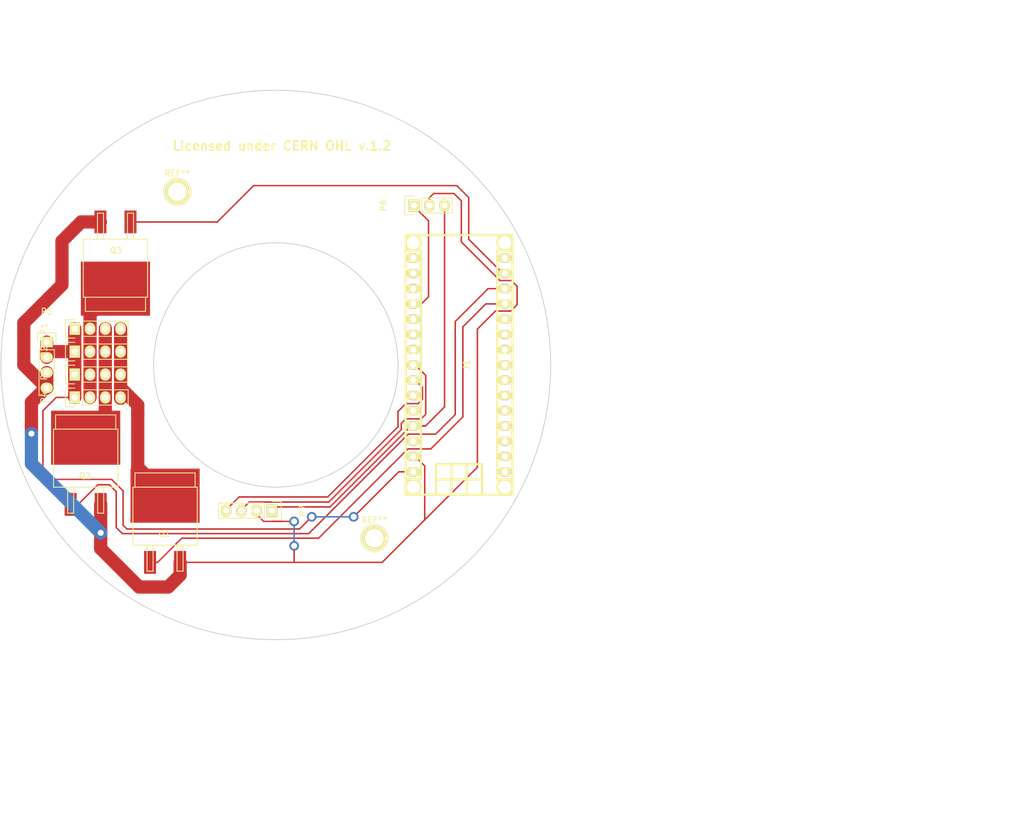
<source format=kicad_pcb>
(kicad_pcb (version 4) (host pcbnew 4.0.2+dfsg1-stable)

  (general
    (links 33)
    (no_connects 0)
    (area 105.842999 41.707999 197.433001 133.298001)
    (thickness 1.6)
    (drawings 8)
    (tracks 178)
    (zones 0)
    (modules 13)
    (nets 34)
  )

  (page A4)
  (title_block
    (title LAM.TA)
    (date 2016-03-14)
    (rev 1.0)
    (company "Nicola Corna")
    (comment 1 "Copyright 2016 Nicola Corna <nicola@corna.info>")
  )

  (layers
    (0 F.Cu signal)
    (31 B.Cu signal)
    (32 B.Adhes user)
    (33 F.Adhes user)
    (34 B.Paste user)
    (35 F.Paste user)
    (36 B.SilkS user)
    (37 F.SilkS user)
    (38 B.Mask user)
    (39 F.Mask user)
    (40 Dwgs.User user)
    (41 Cmts.User user)
    (42 Eco1.User user)
    (43 Eco2.User user)
    (44 Edge.Cuts user)
    (45 Margin user)
    (46 B.CrtYd user)
    (47 F.CrtYd user)
    (48 B.Fab user)
    (49 F.Fab user)
  )

  (setup
    (last_trace_width 0.25)
    (user_trace_width 2.2)
    (trace_clearance 0.3)
    (zone_clearance 0.508)
    (zone_45_only no)
    (trace_min 0.2)
    (segment_width 0.2)
    (edge_width 0.15)
    (via_size 1.6)
    (via_drill 1)
    (via_min_size 0.4)
    (via_min_drill 0.3)
    (uvia_size 0.3)
    (uvia_drill 0.1)
    (uvias_allowed no)
    (uvia_min_size 0.2)
    (uvia_min_drill 0.1)
    (pcb_text_width 0.3)
    (pcb_text_size 1.5 1.5)
    (mod_edge_width 0.15)
    (mod_text_size 1 1)
    (mod_text_width 0.15)
    (pad_size 1.524 1.524)
    (pad_drill 0.762)
    (pad_to_mask_clearance 0.2)
    (aux_axis_origin 151.638 87.63)
    (grid_origin 151.638 87.63)
    (visible_elements FFFFFF7F)
    (pcbplotparams
      (layerselection 0x01000_00000001)
      (usegerberextensions false)
      (excludeedgelayer true)
      (linewidth 0.100000)
      (plotframeref false)
      (viasonmask false)
      (mode 1)
      (useauxorigin false)
      (hpglpennumber 1)
      (hpglpenspeed 20)
      (hpglpendiameter 15)
      (hpglpenoverlay 2)
      (psnegative false)
      (psa4output false)
      (plotreference true)
      (plotvalue true)
      (plotinvisibletext false)
      (padsonsilk false)
      (subtractmaskfromsilk false)
      (outputformat 1)
      (mirror false)
      (drillshape 0)
      (scaleselection 1)
      (outputdirectory /media/nicola/9C02-74CB/nicola/))
  )

  (net 0 "")
  (net 1 "Net-(J1-Pad1)")
  (net 2 "Net-(J1-Pad2)")
  (net 3 "Net-(J1-Pad3)")
  (net 4 "Net-(J1-Pad4)")
  (net 5 "Net-(J1-Pad6)")
  (net 6 "Net-(J1-Pad7)")
  (net 7 PWM_RED)
  (net 8 PWM_GREEN)
  (net 9 PWM_BLUE)
  (net 10 "Net-(J1-Pad15)")
  (net 11 "Net-(J1-Pad16)")
  (net 12 "Net-(J1-Pad17)")
  (net 13 "Net-(J1-Pad18)")
  (net 14 "Net-(J1-Pad20)")
  (net 15 "Net-(J1-Pad21)")
  (net 16 "Net-(J1-Pad23)")
  (net 17 "Net-(J1-Pad24)")
  (net 18 "Net-(J1-Pad25)")
  (net 19 "Net-(J1-Pad26)")
  (net 20 "Net-(J1-Pad28)")
  (net 21 GND)
  (net 22 +5V)
  (net 23 "Net-(P1-Pad2)")
  (net 24 "Net-(P1-Pad3)")
  (net 25 "Net-(P1-Pad4)")
  (net 26 +12V)
  (net 27 "Net-(J1-Pad8)")
  (net 28 "Net-(J1-Pad9)")
  (net 29 LINE_IN)
  (net 30 "Net-(J1-Pad5)")
  (net 31 "Net-(J1-Pad10)")
  (net 32 "Net-(J1-Pad11)")
  (net 33 "Net-(J1-Pad22)")

  (net_class Default "This is the default net class."
    (clearance 0.3)
    (trace_width 0.25)
    (via_dia 1.6)
    (via_drill 1)
    (uvia_dia 0.3)
    (uvia_drill 0.1)
    (add_net +12V)
    (add_net +5V)
    (add_net GND)
    (add_net LINE_IN)
    (add_net "Net-(J1-Pad1)")
    (add_net "Net-(J1-Pad10)")
    (add_net "Net-(J1-Pad11)")
    (add_net "Net-(J1-Pad15)")
    (add_net "Net-(J1-Pad16)")
    (add_net "Net-(J1-Pad17)")
    (add_net "Net-(J1-Pad18)")
    (add_net "Net-(J1-Pad2)")
    (add_net "Net-(J1-Pad20)")
    (add_net "Net-(J1-Pad21)")
    (add_net "Net-(J1-Pad22)")
    (add_net "Net-(J1-Pad23)")
    (add_net "Net-(J1-Pad24)")
    (add_net "Net-(J1-Pad25)")
    (add_net "Net-(J1-Pad26)")
    (add_net "Net-(J1-Pad28)")
    (add_net "Net-(J1-Pad3)")
    (add_net "Net-(J1-Pad4)")
    (add_net "Net-(J1-Pad5)")
    (add_net "Net-(J1-Pad6)")
    (add_net "Net-(J1-Pad7)")
    (add_net "Net-(J1-Pad8)")
    (add_net "Net-(J1-Pad9)")
    (add_net "Net-(P1-Pad2)")
    (add_net "Net-(P1-Pad3)")
    (add_net "Net-(P1-Pad4)")
    (add_net PWM_BLUE)
    (add_net PWM_GREEN)
    (add_net PWM_RED)
  )

  (module w_conn_misc:arduino_nano_header (layer F.Cu) (tedit 0) (tstamp 56D84178)
    (at 182.118 87.503 90)
    (descr "Arduino Nano Header")
    (tags Arduino)
    (path /56CAC1F9)
    (fp_text reference J1 (at 0 1.27 90) (layer F.SilkS)
      (effects (font (size 1.016 1.016) (thickness 0.2032)))
    )
    (fp_text value Arduino_Nano_Header (at 0 -1.27 90) (layer F.SilkS) hide
      (effects (font (size 1.016 0.889) (thickness 0.2032)))
    )
    (fp_line (start -16.51 -1.27) (end -21.59 -1.27) (layer F.SilkS) (width 0.381))
    (fp_line (start -16.51 1.27) (end -21.59 1.27) (layer F.SilkS) (width 0.381))
    (fp_line (start -19.05 -3.81) (end -19.05 3.81) (layer F.SilkS) (width 0.381))
    (fp_line (start -21.59 -3.81) (end -16.51 -3.81) (layer F.SilkS) (width 0.381))
    (fp_line (start -16.51 -3.81) (end -16.51 3.81) (layer F.SilkS) (width 0.381))
    (fp_line (start -16.51 3.81) (end -21.59 3.81) (layer F.SilkS) (width 0.381))
    (fp_line (start 21.59 -8.89) (end -21.59 -8.89) (layer F.SilkS) (width 0.381))
    (fp_line (start -21.59 8.89) (end 21.59 8.89) (layer F.SilkS) (width 0.381))
    (fp_line (start -21.59 8.89) (end -21.59 -8.89) (layer F.SilkS) (width 0.381))
    (fp_line (start 21.59 8.89) (end 21.59 -8.89) (layer F.SilkS) (width 0.381))
    (fp_circle (center -20.32 -7.62) (end -21.59 -7.62) (layer F.SilkS) (width 0.381))
    (fp_circle (center -20.32 7.62) (end -21.59 7.62) (layer F.SilkS) (width 0.381))
    (fp_circle (center 20.32 -7.62) (end 21.59 -7.62) (layer F.SilkS) (width 0.381))
    (fp_circle (center 20.32 7.62) (end 21.59 7.62) (layer F.SilkS) (width 0.381))
    (fp_line (start 19.05 -6.35) (end -19.05 -6.35) (layer F.SilkS) (width 0.381))
    (fp_line (start -19.05 6.35) (end 19.05 6.35) (layer F.SilkS) (width 0.381))
    (fp_line (start 19.05 8.89) (end 19.05 6.35) (layer F.SilkS) (width 0.381))
    (fp_line (start 19.05 -6.35) (end 19.05 -8.89) (layer F.SilkS) (width 0.381))
    (fp_line (start -19.05 -8.89) (end -19.05 -6.35) (layer F.SilkS) (width 0.381))
    (fp_line (start -19.05 8.89) (end -19.05 6.35) (layer F.SilkS) (width 0.381))
    (pad 1 thru_hole oval (at -17.78 7.62 90) (size 1.524 2.19964) (drill 1.00076) (layers *.Cu *.Mask F.SilkS)
      (net 1 "Net-(J1-Pad1)"))
    (pad 2 thru_hole oval (at -15.24 7.62 90) (size 1.524 2.19964) (drill 1.00076) (layers *.Cu *.Mask F.SilkS)
      (net 2 "Net-(J1-Pad2)"))
    (pad 3 thru_hole oval (at -12.7 7.62 90) (size 1.524 2.19964) (drill 1.00076) (layers *.Cu *.Mask F.SilkS)
      (net 3 "Net-(J1-Pad3)"))
    (pad 4 thru_hole oval (at -10.16 7.62 90) (size 1.524 2.19964) (drill 1.00076) (layers *.Cu *.Mask F.SilkS)
      (net 4 "Net-(J1-Pad4)"))
    (pad 5 thru_hole oval (at -7.62 7.62 90) (size 1.524 2.19964) (drill 1.00076) (layers *.Cu *.Mask F.SilkS)
      (net 30 "Net-(J1-Pad5)"))
    (pad 6 thru_hole oval (at -5.08 7.62 90) (size 1.524 2.19964) (drill 1.00076) (layers *.Cu *.Mask F.SilkS)
      (net 5 "Net-(J1-Pad6)"))
    (pad 7 thru_hole oval (at -2.54 7.62 90) (size 1.524 2.19964) (drill 1.00076) (layers *.Cu *.Mask F.SilkS)
      (net 6 "Net-(J1-Pad7)"))
    (pad 8 thru_hole oval (at 0 7.62 90) (size 1.524 2.19964) (drill 1.00076) (layers *.Cu *.Mask F.SilkS)
      (net 27 "Net-(J1-Pad8)"))
    (pad 9 thru_hole oval (at 2.54 7.62 90) (size 1.524 2.19964) (drill 1.00076) (layers *.Cu *.Mask F.SilkS)
      (net 28 "Net-(J1-Pad9)"))
    (pad 10 thru_hole oval (at 5.08 7.62 90) (size 1.524 2.19964) (drill 1.00076) (layers *.Cu *.Mask F.SilkS)
      (net 31 "Net-(J1-Pad10)"))
    (pad 11 thru_hole oval (at 7.62 7.62 90) (size 1.524 2.19964) (drill 1.00076) (layers *.Cu *.Mask F.SilkS)
      (net 32 "Net-(J1-Pad11)"))
    (pad 12 thru_hole oval (at 10.16 7.62 90) (size 1.524 2.19964) (drill 1.00076) (layers *.Cu *.Mask F.SilkS)
      (net 9 PWM_BLUE))
    (pad 13 thru_hole oval (at 12.7 7.62 90) (size 1.524 2.19964) (drill 1.00076) (layers *.Cu *.Mask F.SilkS)
      (net 7 PWM_RED))
    (pad 14 thru_hole oval (at 15.24 7.62 90) (size 1.524 2.19964) (drill 1.00076) (layers *.Cu *.Mask F.SilkS)
      (net 8 PWM_GREEN))
    (pad 15 thru_hole oval (at 17.78 7.62 90) (size 1.524 2.19964) (drill 1.00076) (layers *.Cu *.Mask F.SilkS)
      (net 10 "Net-(J1-Pad15)"))
    (pad 16 thru_hole oval (at 17.78 -7.62 90) (size 1.524 2.19964) (drill 1.00076) (layers *.Cu *.Mask F.SilkS)
      (net 11 "Net-(J1-Pad16)"))
    (pad 17 thru_hole oval (at 15.24 -7.62 90) (size 1.524 2.19964) (drill 1.00076) (layers *.Cu *.Mask F.SilkS)
      (net 12 "Net-(J1-Pad17)"))
    (pad 18 thru_hole oval (at 12.7 -7.62 90) (size 1.524 2.19964) (drill 1.00076) (layers *.Cu *.Mask F.SilkS)
      (net 13 "Net-(J1-Pad18)"))
    (pad 19 thru_hole oval (at 10.16 -7.62 90) (size 1.524 2.19964) (drill 1.00076) (layers *.Cu *.Mask F.SilkS)
      (net 29 LINE_IN))
    (pad 20 thru_hole oval (at 7.62 -7.62 90) (size 1.524 2.1971) (drill 1.00076) (layers *.Cu *.Mask F.SilkS)
      (net 14 "Net-(J1-Pad20)"))
    (pad 21 thru_hole oval (at 5.08 -7.62 90) (size 1.524 2.1971) (drill 1.00076) (layers *.Cu *.Mask F.SilkS)
      (net 15 "Net-(J1-Pad21)"))
    (pad 22 thru_hole oval (at 2.54 -7.62 90) (size 1.524 2.1971) (drill 1.00076) (layers *.Cu *.Mask F.SilkS)
      (net 33 "Net-(J1-Pad22)"))
    (pad 23 thru_hole oval (at 0 -7.62 90) (size 1.524 2.1971) (drill 1.00076) (layers *.Cu *.Mask F.SilkS)
      (net 16 "Net-(J1-Pad23)"))
    (pad 24 thru_hole oval (at -2.54 -7.62 90) (size 1.524 2.1971) (drill 0.99822) (layers *.Cu *.Mask F.SilkS)
      (net 17 "Net-(J1-Pad24)"))
    (pad 25 thru_hole oval (at -5.08 -7.62 90) (size 1.524 2.1971) (drill 0.99822) (layers *.Cu *.Mask F.SilkS)
      (net 18 "Net-(J1-Pad25)"))
    (pad 26 thru_hole oval (at -7.62 -7.62 90) (size 1.524 2.1971) (drill 0.99822) (layers *.Cu *.Mask F.SilkS)
      (net 19 "Net-(J1-Pad26)"))
    (pad 27 thru_hole oval (at -10.16 -7.62 90) (size 1.524 2.1971) (drill 0.99822) (layers *.Cu *.Mask F.SilkS)
      (net 22 +5V))
    (pad 28 thru_hole oval (at -12.7 -7.62 90) (size 1.524 2.1971) (drill 0.99822) (layers *.Cu *.Mask F.SilkS)
      (net 20 "Net-(J1-Pad28)"))
    (pad 29 thru_hole oval (at -15.24 -7.62 90) (size 1.524 2.1971) (drill 0.99822) (layers *.Cu *.Mask F.SilkS)
      (net 21 GND))
    (pad 30 thru_hole oval (at -17.78 -7.62 90) (size 1.524 2.1971) (drill 0.99822) (layers *.Cu *.Mask F.SilkS)
      (net 26 +12V))
    (model walter/conn_misc/arduino_nano_header.wrl
      (at (xyz 0 0 0))
      (scale (xyz 1 1 1))
      (rotate (xyz 0 0 0))
    )
  )

  (module TO_SOT_Packages_SMD:SOT-404 (layer F.Cu) (tedit 0) (tstamp 56CEFB75)
    (at 133.223 114.808)
    (descr SOT404)
    (path /56CB1BD4)
    (attr smd)
    (fp_text reference Q1 (at -0.09906 0.8001) (layer F.SilkS)
      (effects (font (size 1 1) (thickness 0.15)))
    )
    (fp_text value Q_NMOS_GDS (at -0.20066 1.09982) (layer F.Fab)
      (effects (font (size 1 1) (thickness 0.15)))
    )
    (fp_line (start -5.0038 -6.9723) (end -5.0038 -9.3345) (layer F.SilkS) (width 0.15))
    (fp_line (start -5.0038 -9.3345) (end 5.0038 -9.3345) (layer F.SilkS) (width 0.15))
    (fp_line (start 5.0038 -9.3345) (end 5.0038 -6.9723) (layer F.SilkS) (width 0.15))
    (fp_line (start 2.9972 7.0104) (end 2.9972 2.6797) (layer F.SilkS) (width 0.15))
    (fp_line (start 1.9939 7.0104) (end 2.9972 7.0104) (layer F.SilkS) (width 0.15))
    (fp_line (start 1.9939 2.6797) (end 1.9939 7.0104) (layer F.SilkS) (width 0.15))
    (fp_line (start -2.9972 2.6797) (end -2.9972 7.0104) (layer F.SilkS) (width 0.15))
    (fp_line (start -2.9972 7.0104) (end -1.9939 7.0104) (layer F.SilkS) (width 0.15))
    (fp_line (start -1.9939 7.0104) (end -1.9939 2.6797) (layer F.SilkS) (width 0.15))
    (fp_line (start -5.3467 -6.9723) (end 5.3467 -6.9723) (layer F.SilkS) (width 0.15))
    (fp_line (start 5.3467 -6.9723) (end 5.3467 2.6797) (layer F.SilkS) (width 0.15))
    (fp_line (start 5.3467 2.6797) (end -5.3467 2.6797) (layer F.SilkS) (width 0.15))
    (fp_line (start -5.3467 2.6797) (end -5.3467 -6.9723) (layer F.SilkS) (width 0.15))
    (pad 1 smd rect (at -2.49936 5.5499) (size 1.99898 3.79984) (layers F.Cu F.Paste F.Mask)
      (net 9 PWM_BLUE))
    (pad 3 smd rect (at 2.49936 5.5499) (size 1.99898 3.79984) (layers F.Cu F.Paste F.Mask)
      (net 21 GND))
    (pad 2 smd rect (at 0 -5.5499) (size 11.50112 8.99922) (layers F.Cu F.Paste F.Mask)
      (net 25 "Net-(P1-Pad4)"))
    (model TO_SOT_Packages_SMD.3dshapes/SOT-404.wrl
      (at (xyz 0 0 0))
      (scale (xyz 1 1 1))
      (rotate (xyz 0 0 0))
    )
  )

  (module TO_SOT_Packages_SMD:SOT-404 (layer F.Cu) (tedit 0) (tstamp 56D84256)
    (at 120.015 105.156)
    (descr SOT404)
    (path /56CB1BED)
    (attr smd)
    (fp_text reference Q2 (at -0.09906 0.8001) (layer F.SilkS)
      (effects (font (size 1 1) (thickness 0.15)))
    )
    (fp_text value Q_NMOS_GDS (at -0.20066 1.09982) (layer F.Fab)
      (effects (font (size 1 1) (thickness 0.15)))
    )
    (fp_line (start -5.0038 -6.9723) (end -5.0038 -9.3345) (layer F.SilkS) (width 0.15))
    (fp_line (start -5.0038 -9.3345) (end 5.0038 -9.3345) (layer F.SilkS) (width 0.15))
    (fp_line (start 5.0038 -9.3345) (end 5.0038 -6.9723) (layer F.SilkS) (width 0.15))
    (fp_line (start 2.9972 7.0104) (end 2.9972 2.6797) (layer F.SilkS) (width 0.15))
    (fp_line (start 1.9939 7.0104) (end 2.9972 7.0104) (layer F.SilkS) (width 0.15))
    (fp_line (start 1.9939 2.6797) (end 1.9939 7.0104) (layer F.SilkS) (width 0.15))
    (fp_line (start -2.9972 2.6797) (end -2.9972 7.0104) (layer F.SilkS) (width 0.15))
    (fp_line (start -2.9972 7.0104) (end -1.9939 7.0104) (layer F.SilkS) (width 0.15))
    (fp_line (start -1.9939 7.0104) (end -1.9939 2.6797) (layer F.SilkS) (width 0.15))
    (fp_line (start -5.3467 -6.9723) (end 5.3467 -6.9723) (layer F.SilkS) (width 0.15))
    (fp_line (start 5.3467 -6.9723) (end 5.3467 2.6797) (layer F.SilkS) (width 0.15))
    (fp_line (start 5.3467 2.6797) (end -5.3467 2.6797) (layer F.SilkS) (width 0.15))
    (fp_line (start -5.3467 2.6797) (end -5.3467 -6.9723) (layer F.SilkS) (width 0.15))
    (pad 1 smd rect (at -2.49936 5.5499) (size 1.99898 3.79984) (layers F.Cu F.Paste F.Mask)
      (net 7 PWM_RED))
    (pad 3 smd rect (at 2.49936 5.5499) (size 1.99898 3.79984) (layers F.Cu F.Paste F.Mask)
      (net 21 GND))
    (pad 2 smd rect (at 0 -5.5499) (size 11.50112 8.99922) (layers F.Cu F.Paste F.Mask)
      (net 24 "Net-(P1-Pad3)"))
    (model TO_SOT_Packages_SMD.3dshapes/SOT-404.wrl
      (at (xyz 0 0 0))
      (scale (xyz 1 1 1))
      (rotate (xyz 0 0 0))
    )
  )

  (module Pin_Headers:Pin_Header_Straight_1x04 (layer F.Cu) (tedit 0) (tstamp 56D8418B)
    (at 118.202135 81.474351 90)
    (descr "Through hole pin header")
    (tags "pin header")
    (path /56CB0253)
    (fp_text reference P1 (at 0 -5.1 90) (layer F.SilkS)
      (effects (font (size 1 1) (thickness 0.15)))
    )
    (fp_text value CONN_LED0 (at 0 -3.1 90) (layer F.Fab)
      (effects (font (size 1 1) (thickness 0.15)))
    )
    (fp_line (start -1.75 -1.75) (end -1.75 9.4) (layer F.CrtYd) (width 0.05))
    (fp_line (start 1.75 -1.75) (end 1.75 9.4) (layer F.CrtYd) (width 0.05))
    (fp_line (start -1.75 -1.75) (end 1.75 -1.75) (layer F.CrtYd) (width 0.05))
    (fp_line (start -1.75 9.4) (end 1.75 9.4) (layer F.CrtYd) (width 0.05))
    (fp_line (start -1.27 1.27) (end -1.27 8.89) (layer F.SilkS) (width 0.15))
    (fp_line (start 1.27 1.27) (end 1.27 8.89) (layer F.SilkS) (width 0.15))
    (fp_line (start 1.55 -1.55) (end 1.55 0) (layer F.SilkS) (width 0.15))
    (fp_line (start -1.27 8.89) (end 1.27 8.89) (layer F.SilkS) (width 0.15))
    (fp_line (start 1.27 1.27) (end -1.27 1.27) (layer F.SilkS) (width 0.15))
    (fp_line (start -1.55 0) (end -1.55 -1.55) (layer F.SilkS) (width 0.15))
    (fp_line (start -1.55 -1.55) (end 1.55 -1.55) (layer F.SilkS) (width 0.15))
    (pad 1 thru_hole rect (at 0 0 90) (size 2.032 1.7272) (drill 1.016) (layers *.Cu *.Mask F.SilkS)
      (net 26 +12V))
    (pad 2 thru_hole oval (at 0 2.54 90) (size 2.032 1.7272) (drill 1.016) (layers *.Cu *.Mask F.SilkS)
      (net 23 "Net-(P1-Pad2)"))
    (pad 3 thru_hole oval (at 0 5.08 90) (size 2.032 1.7272) (drill 1.016) (layers *.Cu *.Mask F.SilkS)
      (net 24 "Net-(P1-Pad3)"))
    (pad 4 thru_hole oval (at 0 7.62 90) (size 2.032 1.7272) (drill 1.016) (layers *.Cu *.Mask F.SilkS)
      (net 25 "Net-(P1-Pad4)"))
    (model Pin_Headers.3dshapes/Pin_Header_Straight_1x04.wrl
      (at (xyz 0 -0.15 0))
      (scale (xyz 1 1 1))
      (rotate (xyz 0 0 90))
    )
  )

  (module Pin_Headers:Pin_Header_Straight_1x04 (layer F.Cu) (tedit 0) (tstamp 56D8419E)
    (at 118.202135 85.284351 90)
    (descr "Through hole pin header")
    (tags "pin header")
    (path /56CB0A29)
    (fp_text reference P2 (at 0 -5.1 90) (layer F.SilkS)
      (effects (font (size 1 1) (thickness 0.15)))
    )
    (fp_text value CONN_LED1 (at 0 -3.1 90) (layer F.Fab)
      (effects (font (size 1 1) (thickness 0.15)))
    )
    (fp_line (start -1.75 -1.75) (end -1.75 9.4) (layer F.CrtYd) (width 0.05))
    (fp_line (start 1.75 -1.75) (end 1.75 9.4) (layer F.CrtYd) (width 0.05))
    (fp_line (start -1.75 -1.75) (end 1.75 -1.75) (layer F.CrtYd) (width 0.05))
    (fp_line (start -1.75 9.4) (end 1.75 9.4) (layer F.CrtYd) (width 0.05))
    (fp_line (start -1.27 1.27) (end -1.27 8.89) (layer F.SilkS) (width 0.15))
    (fp_line (start 1.27 1.27) (end 1.27 8.89) (layer F.SilkS) (width 0.15))
    (fp_line (start 1.55 -1.55) (end 1.55 0) (layer F.SilkS) (width 0.15))
    (fp_line (start -1.27 8.89) (end 1.27 8.89) (layer F.SilkS) (width 0.15))
    (fp_line (start 1.27 1.27) (end -1.27 1.27) (layer F.SilkS) (width 0.15))
    (fp_line (start -1.55 0) (end -1.55 -1.55) (layer F.SilkS) (width 0.15))
    (fp_line (start -1.55 -1.55) (end 1.55 -1.55) (layer F.SilkS) (width 0.15))
    (pad 1 thru_hole rect (at 0 0 90) (size 2.032 1.7272) (drill 1.016) (layers *.Cu *.Mask F.SilkS)
      (net 26 +12V))
    (pad 2 thru_hole oval (at 0 2.54 90) (size 2.032 1.7272) (drill 1.016) (layers *.Cu *.Mask F.SilkS)
      (net 23 "Net-(P1-Pad2)"))
    (pad 3 thru_hole oval (at 0 5.08 90) (size 2.032 1.7272) (drill 1.016) (layers *.Cu *.Mask F.SilkS)
      (net 24 "Net-(P1-Pad3)"))
    (pad 4 thru_hole oval (at 0 7.62 90) (size 2.032 1.7272) (drill 1.016) (layers *.Cu *.Mask F.SilkS)
      (net 25 "Net-(P1-Pad4)"))
    (model Pin_Headers.3dshapes/Pin_Header_Straight_1x04.wrl
      (at (xyz 0 -0.15 0))
      (scale (xyz 1 1 1))
      (rotate (xyz 0 0 90))
    )
  )

  (module Pin_Headers:Pin_Header_Straight_1x04 (layer F.Cu) (tedit 0) (tstamp 56D841B1)
    (at 118.202135 89.094351 90)
    (descr "Through hole pin header")
    (tags "pin header")
    (path /56CB1BC3)
    (fp_text reference P3 (at 0 -5.1 90) (layer F.SilkS)
      (effects (font (size 1 1) (thickness 0.15)))
    )
    (fp_text value CONN_LED2 (at 0 -3.1 90) (layer F.Fab)
      (effects (font (size 1 1) (thickness 0.15)))
    )
    (fp_line (start -1.75 -1.75) (end -1.75 9.4) (layer F.CrtYd) (width 0.05))
    (fp_line (start 1.75 -1.75) (end 1.75 9.4) (layer F.CrtYd) (width 0.05))
    (fp_line (start -1.75 -1.75) (end 1.75 -1.75) (layer F.CrtYd) (width 0.05))
    (fp_line (start -1.75 9.4) (end 1.75 9.4) (layer F.CrtYd) (width 0.05))
    (fp_line (start -1.27 1.27) (end -1.27 8.89) (layer F.SilkS) (width 0.15))
    (fp_line (start 1.27 1.27) (end 1.27 8.89) (layer F.SilkS) (width 0.15))
    (fp_line (start 1.55 -1.55) (end 1.55 0) (layer F.SilkS) (width 0.15))
    (fp_line (start -1.27 8.89) (end 1.27 8.89) (layer F.SilkS) (width 0.15))
    (fp_line (start 1.27 1.27) (end -1.27 1.27) (layer F.SilkS) (width 0.15))
    (fp_line (start -1.55 0) (end -1.55 -1.55) (layer F.SilkS) (width 0.15))
    (fp_line (start -1.55 -1.55) (end 1.55 -1.55) (layer F.SilkS) (width 0.15))
    (pad 1 thru_hole rect (at 0 0 90) (size 2.032 1.7272) (drill 1.016) (layers *.Cu *.Mask F.SilkS)
      (net 26 +12V))
    (pad 2 thru_hole oval (at 0 2.54 90) (size 2.032 1.7272) (drill 1.016) (layers *.Cu *.Mask F.SilkS)
      (net 23 "Net-(P1-Pad2)"))
    (pad 3 thru_hole oval (at 0 5.08 90) (size 2.032 1.7272) (drill 1.016) (layers *.Cu *.Mask F.SilkS)
      (net 24 "Net-(P1-Pad3)"))
    (pad 4 thru_hole oval (at 0 7.62 90) (size 2.032 1.7272) (drill 1.016) (layers *.Cu *.Mask F.SilkS)
      (net 25 "Net-(P1-Pad4)"))
    (model Pin_Headers.3dshapes/Pin_Header_Straight_1x04.wrl
      (at (xyz 0 -0.15 0))
      (scale (xyz 1 1 1))
      (rotate (xyz 0 0 90))
    )
  )

  (module Pin_Headers:Pin_Header_Straight_1x04 (layer F.Cu) (tedit 0) (tstamp 56D841C4)
    (at 118.202135 92.904351 90)
    (descr "Through hole pin header")
    (tags "pin header")
    (path /56CB1C05)
    (fp_text reference P4 (at 0 -5.1 90) (layer F.SilkS)
      (effects (font (size 1 1) (thickness 0.15)))
    )
    (fp_text value CONN_LED3 (at 0 -3.1 90) (layer F.Fab)
      (effects (font (size 1 1) (thickness 0.15)))
    )
    (fp_line (start -1.75 -1.75) (end -1.75 9.4) (layer F.CrtYd) (width 0.05))
    (fp_line (start 1.75 -1.75) (end 1.75 9.4) (layer F.CrtYd) (width 0.05))
    (fp_line (start -1.75 -1.75) (end 1.75 -1.75) (layer F.CrtYd) (width 0.05))
    (fp_line (start -1.75 9.4) (end 1.75 9.4) (layer F.CrtYd) (width 0.05))
    (fp_line (start -1.27 1.27) (end -1.27 8.89) (layer F.SilkS) (width 0.15))
    (fp_line (start 1.27 1.27) (end 1.27 8.89) (layer F.SilkS) (width 0.15))
    (fp_line (start 1.55 -1.55) (end 1.55 0) (layer F.SilkS) (width 0.15))
    (fp_line (start -1.27 8.89) (end 1.27 8.89) (layer F.SilkS) (width 0.15))
    (fp_line (start 1.27 1.27) (end -1.27 1.27) (layer F.SilkS) (width 0.15))
    (fp_line (start -1.55 0) (end -1.55 -1.55) (layer F.SilkS) (width 0.15))
    (fp_line (start -1.55 -1.55) (end 1.55 -1.55) (layer F.SilkS) (width 0.15))
    (pad 1 thru_hole rect (at 0 0 90) (size 2.032 1.7272) (drill 1.016) (layers *.Cu *.Mask F.SilkS)
      (net 26 +12V))
    (pad 2 thru_hole oval (at 0 2.54 90) (size 2.032 1.7272) (drill 1.016) (layers *.Cu *.Mask F.SilkS)
      (net 23 "Net-(P1-Pad2)"))
    (pad 3 thru_hole oval (at 0 5.08 90) (size 2.032 1.7272) (drill 1.016) (layers *.Cu *.Mask F.SilkS)
      (net 24 "Net-(P1-Pad3)"))
    (pad 4 thru_hole oval (at 0 7.62 90) (size 2.032 1.7272) (drill 1.016) (layers *.Cu *.Mask F.SilkS)
      (net 25 "Net-(P1-Pad4)"))
    (model Pin_Headers.3dshapes/Pin_Header_Straight_1x04.wrl
      (at (xyz 0 -0.15 0))
      (scale (xyz 1 1 1))
      (rotate (xyz 0 0 90))
    )
  )

  (module TO_SOT_Packages_SMD:SOT-404 (layer F.Cu) (tedit 0) (tstamp 56D8426A)
    (at 124.968 69.2531 180)
    (descr SOT404)
    (path /56CF0191)
    (attr smd)
    (fp_text reference Q3 (at -0.09906 0.8001 180) (layer F.SilkS)
      (effects (font (size 1 1) (thickness 0.15)))
    )
    (fp_text value Q_NMOS_GDS (at -0.20066 1.09982 180) (layer F.Fab)
      (effects (font (size 1 1) (thickness 0.15)))
    )
    (fp_line (start -5.0038 -6.9723) (end -5.0038 -9.3345) (layer F.SilkS) (width 0.15))
    (fp_line (start -5.0038 -9.3345) (end 5.0038 -9.3345) (layer F.SilkS) (width 0.15))
    (fp_line (start 5.0038 -9.3345) (end 5.0038 -6.9723) (layer F.SilkS) (width 0.15))
    (fp_line (start 2.9972 7.0104) (end 2.9972 2.6797) (layer F.SilkS) (width 0.15))
    (fp_line (start 1.9939 7.0104) (end 2.9972 7.0104) (layer F.SilkS) (width 0.15))
    (fp_line (start 1.9939 2.6797) (end 1.9939 7.0104) (layer F.SilkS) (width 0.15))
    (fp_line (start -2.9972 2.6797) (end -2.9972 7.0104) (layer F.SilkS) (width 0.15))
    (fp_line (start -2.9972 7.0104) (end -1.9939 7.0104) (layer F.SilkS) (width 0.15))
    (fp_line (start -1.9939 7.0104) (end -1.9939 2.6797) (layer F.SilkS) (width 0.15))
    (fp_line (start -5.3467 -6.9723) (end 5.3467 -6.9723) (layer F.SilkS) (width 0.15))
    (fp_line (start 5.3467 -6.9723) (end 5.3467 2.6797) (layer F.SilkS) (width 0.15))
    (fp_line (start 5.3467 2.6797) (end -5.3467 2.6797) (layer F.SilkS) (width 0.15))
    (fp_line (start -5.3467 2.6797) (end -5.3467 -6.9723) (layer F.SilkS) (width 0.15))
    (pad 1 smd rect (at -2.49936 5.5499 180) (size 1.99898 3.79984) (layers F.Cu F.Paste F.Mask)
      (net 8 PWM_GREEN))
    (pad 3 smd rect (at 2.49936 5.5499 180) (size 1.99898 3.79984) (layers F.Cu F.Paste F.Mask)
      (net 21 GND))
    (pad 2 smd rect (at 0 -5.5499 180) (size 11.50112 8.99922) (layers F.Cu F.Paste F.Mask)
      (net 23 "Net-(P1-Pad2)"))
    (model TO_SOT_Packages_SMD.3dshapes/SOT-404.wrl
      (at (xyz 0 0 0))
      (scale (xyz 1 1 1))
      (rotate (xyz 0 0 0))
    )
  )

  (module Pin_Headers:Pin_Header_Straight_1x04 (layer F.Cu) (tedit 0) (tstamp 56CC10EC)
    (at 113.538 83.693)
    (descr "Through hole pin header")
    (tags "pin header")
    (path /56CC303A)
    (fp_text reference P5 (at 0 -5.1) (layer F.SilkS)
      (effects (font (size 1 1) (thickness 0.15)))
    )
    (fp_text value CONN_PSU (at 0 -3.1) (layer F.Fab)
      (effects (font (size 1 1) (thickness 0.15)))
    )
    (fp_line (start -1.75 -1.75) (end -1.75 9.4) (layer F.CrtYd) (width 0.05))
    (fp_line (start 1.75 -1.75) (end 1.75 9.4) (layer F.CrtYd) (width 0.05))
    (fp_line (start -1.75 -1.75) (end 1.75 -1.75) (layer F.CrtYd) (width 0.05))
    (fp_line (start -1.75 9.4) (end 1.75 9.4) (layer F.CrtYd) (width 0.05))
    (fp_line (start -1.27 1.27) (end -1.27 8.89) (layer F.SilkS) (width 0.15))
    (fp_line (start 1.27 1.27) (end 1.27 8.89) (layer F.SilkS) (width 0.15))
    (fp_line (start 1.55 -1.55) (end 1.55 0) (layer F.SilkS) (width 0.15))
    (fp_line (start -1.27 8.89) (end 1.27 8.89) (layer F.SilkS) (width 0.15))
    (fp_line (start 1.27 1.27) (end -1.27 1.27) (layer F.SilkS) (width 0.15))
    (fp_line (start -1.55 0) (end -1.55 -1.55) (layer F.SilkS) (width 0.15))
    (fp_line (start -1.55 -1.55) (end 1.55 -1.55) (layer F.SilkS) (width 0.15))
    (pad 1 thru_hole rect (at 0 0) (size 2.032 1.7272) (drill 1.016) (layers *.Cu *.Mask F.SilkS)
      (net 26 +12V))
    (pad 2 thru_hole oval (at 0 2.54) (size 2.032 1.7272) (drill 1.016) (layers *.Cu *.Mask F.SilkS)
      (net 26 +12V))
    (pad 3 thru_hole oval (at 0 5.08) (size 2.032 1.7272) (drill 1.016) (layers *.Cu *.Mask F.SilkS)
      (net 21 GND))
    (pad 4 thru_hole oval (at 0 7.62) (size 2.032 1.7272) (drill 1.016) (layers *.Cu *.Mask F.SilkS)
      (net 21 GND))
    (model Pin_Headers.3dshapes/Pin_Header_Straight_1x04.wrl
      (at (xyz 0 -0.15 0))
      (scale (xyz 1 1 1))
      (rotate (xyz 0 0 90))
    )
  )

  (module Pin_Headers:Pin_Header_Straight_1x03 (layer F.Cu) (tedit 0) (tstamp 56CF229E)
    (at 174.625 60.96 90)
    (descr "Through hole pin header")
    (tags "pin header")
    (path /56CF2610)
    (fp_text reference P6 (at 0 -5.1 90) (layer F.SilkS)
      (effects (font (size 1 1) (thickness 0.15)))
    )
    (fp_text value CONN_LINE_IN (at 0 -3.1 90) (layer F.Fab)
      (effects (font (size 1 1) (thickness 0.15)))
    )
    (fp_line (start -1.75 -1.75) (end -1.75 6.85) (layer F.CrtYd) (width 0.05))
    (fp_line (start 1.75 -1.75) (end 1.75 6.85) (layer F.CrtYd) (width 0.05))
    (fp_line (start -1.75 -1.75) (end 1.75 -1.75) (layer F.CrtYd) (width 0.05))
    (fp_line (start -1.75 6.85) (end 1.75 6.85) (layer F.CrtYd) (width 0.05))
    (fp_line (start -1.27 1.27) (end -1.27 6.35) (layer F.SilkS) (width 0.15))
    (fp_line (start -1.27 6.35) (end 1.27 6.35) (layer F.SilkS) (width 0.15))
    (fp_line (start 1.27 6.35) (end 1.27 1.27) (layer F.SilkS) (width 0.15))
    (fp_line (start 1.55 -1.55) (end 1.55 0) (layer F.SilkS) (width 0.15))
    (fp_line (start 1.27 1.27) (end -1.27 1.27) (layer F.SilkS) (width 0.15))
    (fp_line (start -1.55 0) (end -1.55 -1.55) (layer F.SilkS) (width 0.15))
    (fp_line (start -1.55 -1.55) (end 1.55 -1.55) (layer F.SilkS) (width 0.15))
    (pad 1 thru_hole rect (at 0 0 90) (size 2.032 1.7272) (drill 1.016) (layers *.Cu *.Mask F.SilkS)
      (net 29 LINE_IN))
    (pad 2 thru_hole oval (at 0 2.54 90) (size 2.032 1.7272) (drill 1.016) (layers *.Cu *.Mask F.SilkS)
      (net 21 GND))
    (pad 3 thru_hole oval (at 0 5.08 90) (size 2.032 1.7272) (drill 1.016) (layers *.Cu *.Mask F.SilkS)
      (net 22 +5V))
    (model Pin_Headers.3dshapes/Pin_Header_Straight_1x03.wrl
      (at (xyz 0 -0.1 0))
      (scale (xyz 1 1 1))
      (rotate (xyz 0 0 90))
    )
  )

  (module Connect:1pin (layer F.Cu) (tedit 0) (tstamp 56D1E364)
    (at 168.021 116.332)
    (descr "module 1 pin (ou trou mecanique de percage)")
    (tags DEV)
    (fp_text reference REF** (at 0 -3.048) (layer F.SilkS)
      (effects (font (size 1 1) (thickness 0.15)))
    )
    (fp_text value 1pin (at 0 2.794) (layer F.Fab)
      (effects (font (size 1 1) (thickness 0.15)))
    )
    (fp_circle (center 0 0) (end 0 -2.286) (layer F.SilkS) (width 0.15))
    (pad 1 thru_hole circle (at 0 0) (size 4.064 4.064) (drill 3.048) (layers *.Cu *.Mask F.SilkS))
  )

  (module Connect:1pin (layer F.Cu) (tedit 0) (tstamp 56D1E5E1)
    (at 135.255 58.674)
    (descr "module 1 pin (ou trou mecanique de percage)")
    (tags DEV)
    (fp_text reference REF** (at 0 -3.048) (layer F.SilkS)
      (effects (font (size 1 1) (thickness 0.15)))
    )
    (fp_text value 1pin (at 0 2.794) (layer F.Fab)
      (effects (font (size 1 1) (thickness 0.15)))
    )
    (fp_circle (center 0 0) (end 0 -2.286) (layer F.SilkS) (width 0.15))
    (pad 1 thru_hole circle (at 0 0) (size 4.064 4.064) (drill 3.048) (layers *.Cu *.Mask F.SilkS))
  )

  (module Pin_Headers:Pin_Header_Straight_1x04 (layer F.Cu) (tedit 0) (tstamp 56E6FF1A)
    (at 151.003 111.76 270)
    (descr "Through hole pin header")
    (tags "pin header")
    (path /56E6FEC6)
    (fp_text reference P7 (at 0 -5.1 270) (layer F.SilkS)
      (effects (font (size 1 1) (thickness 0.15)))
    )
    (fp_text value CONN_MPR121 (at 0 -3.1 270) (layer F.Fab)
      (effects (font (size 1 1) (thickness 0.15)))
    )
    (fp_line (start -1.75 -1.75) (end -1.75 9.4) (layer F.CrtYd) (width 0.05))
    (fp_line (start 1.75 -1.75) (end 1.75 9.4) (layer F.CrtYd) (width 0.05))
    (fp_line (start -1.75 -1.75) (end 1.75 -1.75) (layer F.CrtYd) (width 0.05))
    (fp_line (start -1.75 9.4) (end 1.75 9.4) (layer F.CrtYd) (width 0.05))
    (fp_line (start -1.27 1.27) (end -1.27 8.89) (layer F.SilkS) (width 0.15))
    (fp_line (start 1.27 1.27) (end 1.27 8.89) (layer F.SilkS) (width 0.15))
    (fp_line (start 1.55 -1.55) (end 1.55 0) (layer F.SilkS) (width 0.15))
    (fp_line (start -1.27 8.89) (end 1.27 8.89) (layer F.SilkS) (width 0.15))
    (fp_line (start 1.27 1.27) (end -1.27 1.27) (layer F.SilkS) (width 0.15))
    (fp_line (start -1.55 0) (end -1.55 -1.55) (layer F.SilkS) (width 0.15))
    (fp_line (start -1.55 -1.55) (end 1.55 -1.55) (layer F.SilkS) (width 0.15))
    (pad 1 thru_hole rect (at 0 0 270) (size 2.032 1.7272) (drill 1.016) (layers *.Cu *.Mask F.SilkS)
      (net 22 +5V))
    (pad 2 thru_hole oval (at 0 2.54 270) (size 2.032 1.7272) (drill 1.016) (layers *.Cu *.Mask F.SilkS)
      (net 21 GND))
    (pad 3 thru_hole oval (at 0 5.08 270) (size 2.032 1.7272) (drill 1.016) (layers *.Cu *.Mask F.SilkS)
      (net 16 "Net-(J1-Pad23)"))
    (pad 4 thru_hole oval (at 0 7.62 270) (size 2.032 1.7272) (drill 1.016) (layers *.Cu *.Mask F.SilkS)
      (net 17 "Net-(J1-Pad24)"))
    (model Pin_Headers.3dshapes/Pin_Header_Straight_1x04.wrl
      (at (xyz 0 -0.15 0))
      (scale (xyz 1 1 1))
      (rotate (xyz 0 0 90))
    )
  )

  (gr_text "Copyright 2016 Nicola Corna <nicola@corna.info>\n\nThis documentation describes Open Hardware and is licensed under the\nCERN OHL v. 1.2.\n\nYou may redistribute and modify this documentation under the terms of the\nCERN OHL v.1.2. (http://ohwr.org/cernohl). This documentation is distributed\nWITHOUT ANY EXPRESS OR IMPLIED WARRANTY, INCLUDING OF\nMERCHANTABILITY, SATISFACTORY QUALITY AND FITNESS FOR A\nPARTICULAR PURPOSE. Please see the CERN OHL v.1.2 for applicable\nconditions" (at 230.886 148.59) (layer Dwgs.User)
    (effects (font (size 1.5 1.5) (thickness 0.3)))
  )
  (gr_text "Licensed under CERN OHL v.1.2" (at 152.654 51.054) (layer F.SilkS)
    (effects (font (size 1.5 1.5) (thickness 0.3)))
  )
  (dimension 40.64 (width 0.3) (layer Dwgs.User)
    (gr_text "40.640 mm" (at 151.638 35.226) (layer Dwgs.User)
      (effects (font (size 1.5 1.5) (thickness 0.3)))
    )
    (feature1 (pts (xy 171.958 87.63) (xy 171.958 33.876)))
    (feature2 (pts (xy 131.318 87.63) (xy 131.318 33.876)))
    (crossbar (pts (xy 131.318 36.576) (xy 171.958 36.576)))
    (arrow1a (pts (xy 171.958 36.576) (xy 170.831496 37.162421)))
    (arrow1b (pts (xy 171.958 36.576) (xy 170.831496 35.989579)))
    (arrow2a (pts (xy 131.318 36.576) (xy 132.444504 37.162421)))
    (arrow2b (pts (xy 131.318 36.576) (xy 132.444504 35.989579)))
  )
  (dimension 91.44 (width 0.3) (layer Dwgs.User)
    (gr_text "91.440 mm" (at 151.638 28.622) (layer Dwgs.User)
      (effects (font (size 1.5 1.5) (thickness 0.3)))
    )
    (feature1 (pts (xy 197.358 87.503) (xy 197.358 27.272)))
    (feature2 (pts (xy 105.918 87.503) (xy 105.918 27.272)))
    (crossbar (pts (xy 105.918 29.972) (xy 197.358 29.972)))
    (arrow1a (pts (xy 197.358 29.972) (xy 196.231496 30.558421)))
    (arrow1b (pts (xy 197.358 29.972) (xy 196.231496 29.385579)))
    (arrow2a (pts (xy 105.918 29.972) (xy 107.044504 30.558421)))
    (arrow2b (pts (xy 105.918 29.972) (xy 107.044504 29.385579)))
  )
  (gr_line (start 151.638 67.056) (end 151.638 107.95) (layer Dwgs.User) (width 0.2))
  (gr_line (start 131.318 87.63) (end 171.958 87.63) (layer Dwgs.User) (width 0.2))
  (gr_circle (center 151.638 87.503) (end 171.958 88.138) (layer Edge.Cuts) (width 0.15))
  (gr_circle (center 151.638 87.503) (end 197.358 87.503) (layer Edge.Cuts) (width 0.15))

  (segment (start 117.51564 110.7059) (end 118.76513 110.7059) (width 0.25) (layer F.Cu) (net 7))
  (segment (start 125.095 108.585) (end 125.095 114.554) (width 0.25) (layer F.Cu) (net 7))
  (segment (start 118.76513 110.7059) (end 122.02903 107.442) (width 0.25) (layer F.Cu) (net 7))
  (segment (start 188.38818 74.803) (end 189.738 74.803) (width 0.25) (layer F.Cu) (net 7))
  (segment (start 122.02903 107.442) (end 123.952 107.442) (width 0.25) (layer F.Cu) (net 7))
  (segment (start 157.115765 115.57) (end 173.669775 99.01599) (width 0.25) (layer F.Cu) (net 7))
  (segment (start 186.944 74.803) (end 188.38818 74.803) (width 0.25) (layer F.Cu) (net 7))
  (segment (start 123.952 107.442) (end 125.095 108.585) (width 0.25) (layer F.Cu) (net 7))
  (segment (start 125.095 114.554) (end 126.111 115.57) (width 0.25) (layer F.Cu) (net 7))
  (segment (start 126.111 115.57) (end 157.115765 115.57) (width 0.25) (layer F.Cu) (net 7))
  (segment (start 181.483 95.758) (end 181.483 80.264) (width 0.25) (layer F.Cu) (net 7))
  (segment (start 173.669775 99.01599) (end 178.22501 99.01599) (width 0.25) (layer F.Cu) (net 7))
  (segment (start 178.22501 99.01599) (end 181.483 95.758) (width 0.25) (layer F.Cu) (net 7))
  (segment (start 181.483 80.264) (end 186.944 74.803) (width 0.25) (layer F.Cu) (net 7))
  (segment (start 183.72402 63.246) (end 183.72402 59.64502) (width 0.25) (layer F.Cu) (net 8))
  (segment (start 183.72402 59.64502) (end 183.515 59.436) (width 0.25) (layer F.Cu) (net 8))
  (segment (start 189.40018 72.263) (end 183.72402 66.58684) (width 0.25) (layer F.Cu) (net 8))
  (segment (start 183.72402 64.37737) (end 183.72402 63.246) (width 0.25) (layer F.Cu) (net 8))
  (segment (start 189.738 72.263) (end 189.40018 72.263) (width 0.25) (layer F.Cu) (net 8))
  (segment (start 183.72402 66.58684) (end 183.72402 64.37737) (width 0.25) (layer F.Cu) (net 8))
  (segment (start 183.515 59.436) (end 181.737 57.658) (width 0.25) (layer F.Cu) (net 8))
  (segment (start 181.737 57.658) (end 147.955 57.658) (width 0.25) (layer F.Cu) (net 8))
  (segment (start 147.955 57.658) (end 141.9098 63.7032) (width 0.25) (layer F.Cu) (net 8))
  (segment (start 141.9098 63.7032) (end 127.46736 63.7032) (width 0.25) (layer F.Cu) (net 8))
  (segment (start 130.72364 120.3579) (end 131.97313 120.3579) (width 0.25) (layer F.Cu) (net 9))
  (segment (start 188.38818 77.343) (end 189.738 77.343) (width 0.25) (layer F.Cu) (net 9))
  (segment (start 131.97313 120.3579) (end 135.99903 116.332) (width 0.25) (layer F.Cu) (net 9))
  (segment (start 135.99903 116.332) (end 158.75 116.332) (width 0.25) (layer F.Cu) (net 9))
  (segment (start 158.75 116.332) (end 173.609 101.473) (width 0.25) (layer F.Cu) (net 9))
  (segment (start 173.609 101.473) (end 177.419 101.473) (width 0.25) (layer F.Cu) (net 9))
  (segment (start 182.753 96.139) (end 182.753 81.153) (width 0.25) (layer F.Cu) (net 9))
  (segment (start 177.419 101.473) (end 182.753 96.139) (width 0.25) (layer F.Cu) (net 9))
  (segment (start 182.753 81.153) (end 186.563 77.343) (width 0.25) (layer F.Cu) (net 9))
  (segment (start 186.563 77.343) (end 188.38818 77.343) (width 0.25) (layer F.Cu) (net 9))
  (segment (start 174.83455 87.503) (end 174.498 87.503) (width 0.25) (layer F.Cu) (net 16))
  (segment (start 176.572011 89.240461) (end 174.83455 87.503) (width 0.25) (layer F.Cu) (net 16))
  (segment (start 176.572011 95.715989) (end 176.572011 89.240461) (width 0.25) (layer F.Cu) (net 16))
  (segment (start 173.27201 96.47599) (end 175.81201 96.47599) (width 0.25) (layer F.Cu) (net 16))
  (segment (start 172.508011 98.255989) (end 172.508011 97.239989) (width 0.25) (layer F.Cu) (net 16))
  (segment (start 160.445001 110.318999) (end 172.508011 98.255989) (width 0.25) (layer F.Cu) (net 16))
  (segment (start 147.211601 110.318999) (end 160.445001 110.318999) (width 0.25) (layer F.Cu) (net 16))
  (segment (start 145.923 111.6076) (end 147.211601 110.318999) (width 0.25) (layer F.Cu) (net 16))
  (segment (start 175.81201 96.47599) (end 176.572011 95.715989) (width 0.25) (layer F.Cu) (net 16))
  (segment (start 172.508011 97.239989) (end 173.27201 96.47599) (width 0.25) (layer F.Cu) (net 16))
  (segment (start 145.923 111.76) (end 145.923 111.6076) (width 0.25) (layer F.Cu) (net 16))
  (segment (start 174.83455 90.043) (end 174.498 90.043) (width 0.25) (layer F.Cu) (net 17))
  (segment (start 176.02156 93.21844) (end 176.02156 91.23001) (width 0.25) (layer F.Cu) (net 17))
  (segment (start 176.02156 91.23001) (end 174.83455 90.043) (width 0.25) (layer F.Cu) (net 17))
  (segment (start 175.30401 93.93599) (end 176.02156 93.21844) (width 0.25) (layer F.Cu) (net 17))
  (segment (start 173.27201 93.93599) (end 175.30401 93.93599) (width 0.25) (layer F.Cu) (net 17))
  (segment (start 171.958 95.25) (end 173.27201 93.93599) (width 0.25) (layer F.Cu) (net 17))
  (segment (start 171.958 97.79) (end 171.958 95.25) (width 0.25) (layer F.Cu) (net 17))
  (segment (start 160.274 109.474) (end 171.958 97.79) (width 0.25) (layer F.Cu) (net 17))
  (segment (start 145.5166 109.474) (end 160.274 109.474) (width 0.25) (layer F.Cu) (net 17))
  (segment (start 143.383 111.6076) (end 145.5166 109.474) (width 0.25) (layer F.Cu) (net 17))
  (segment (start 143.383 111.76) (end 143.383 111.6076) (width 0.25) (layer F.Cu) (net 17))
  (segment (start 154.686 113.538) (end 149.606 113.538) (width 0.25) (layer F.Cu) (net 21))
  (segment (start 149.606 113.538) (end 148.463 112.395) (width 0.25) (layer F.Cu) (net 21))
  (segment (start 148.463 112.395) (end 148.463 111.76) (width 0.25) (layer F.Cu) (net 21))
  (segment (start 154.686 117.602) (end 154.686 113.538) (width 0.25) (layer B.Cu) (net 21))
  (via (at 154.686 113.538) (size 1.6) (drill 1) (layers F.Cu B.Cu) (net 21))
  (segment (start 154.686 120.3579) (end 169.3291 120.3579) (width 0.25) (layer F.Cu) (net 21))
  (segment (start 141.478 120.3579) (end 154.686 120.3579) (width 0.25) (layer F.Cu) (net 21))
  (segment (start 154.686 120.3579) (end 154.686 117.602) (width 0.25) (layer F.Cu) (net 21))
  (via (at 154.686 117.602) (size 1.6) (drill 1) (layers F.Cu B.Cu) (net 21))
  (segment (start 185.166 95.54845) (end 185.166 104.521) (width 0.25) (layer F.Cu) (net 21))
  (segment (start 185.166 104.521) (end 176.403 113.284) (width 0.25) (layer F.Cu) (net 21))
  (segment (start 177.165 60.96) (end 177.165 59.694) (width 0.25) (layer F.Cu) (net 21))
  (segment (start 188.908505 73.45001) (end 190.79801 73.45001) (width 0.25) (layer F.Cu) (net 21))
  (segment (start 191.77 74.422) (end 191.77 77.47) (width 0.25) (layer F.Cu) (net 21))
  (segment (start 177.165 59.694) (end 177.89002 58.96898) (width 0.25) (layer F.Cu) (net 21))
  (segment (start 177.89002 58.96898) (end 181.26998 58.96898) (width 0.25) (layer F.Cu) (net 21))
  (segment (start 181.26998 58.96898) (end 182.499 60.198) (width 0.25) (layer F.Cu) (net 21))
  (segment (start 182.499 60.198) (end 182.499 67.040505) (width 0.25) (layer F.Cu) (net 21))
  (segment (start 182.499 67.040505) (end 188.908505 73.45001) (width 0.25) (layer F.Cu) (net 21))
  (segment (start 190.79801 73.45001) (end 191.77 74.422) (width 0.25) (layer F.Cu) (net 21))
  (segment (start 191.77 77.47) (end 190.70999 78.53001) (width 0.25) (layer F.Cu) (net 21))
  (segment (start 190.70999 78.53001) (end 188.16999 78.53001) (width 0.25) (layer F.Cu) (net 21))
  (segment (start 185.166 81.534) (end 185.166 95.54845) (width 0.25) (layer F.Cu) (net 21))
  (segment (start 188.16999 78.53001) (end 185.166 81.534) (width 0.25) (layer F.Cu) (net 21))
  (segment (start 135.72236 120.3579) (end 140.208 120.3579) (width 0.25) (layer F.Cu) (net 21))
  (segment (start 140.208 120.3579) (end 141.478 120.3579) (width 0.25) (layer F.Cu) (net 21))
  (segment (start 169.3291 120.3579) (end 176.403 113.284) (width 0.25) (layer F.Cu) (net 21))
  (segment (start 174.498 102.743) (end 174.83455 102.743) (width 0.25) (layer F.Cu) (net 21))
  (segment (start 133.73318 124.45782) (end 135.001 123.19) (width 2.2) (layer F.Cu) (net 21))
  (segment (start 135.001 123.19) (end 135.72236 122.46864) (width 2.2) (layer F.Cu) (net 21))
  (segment (start 135.72236 120.3579) (end 136.97185 120.3579) (width 0.25) (layer F.Cu) (net 21))
  (segment (start 176.403 113.284) (end 176.403 104.31145) (width 0.25) (layer F.Cu) (net 21))
  (segment (start 176.403 104.31145) (end 174.83455 102.743) (width 0.25) (layer F.Cu) (net 21))
  (segment (start 122.46864 64.60363) (end 122.46864 63.7032) (width 0.25) (layer F.Cu) (net 21))
  (segment (start 110.998 100.06437) (end 110.998 98.933) (width 2.2) (layer B.Cu) (net 21))
  (segment (start 110.998 103.92664) (end 110.998 100.06437) (width 2.2) (layer B.Cu) (net 21))
  (segment (start 122.51436 115.443) (end 110.998 103.92664) (width 2.2) (layer B.Cu) (net 21))
  (segment (start 110.998 93.7006) (end 110.998 97.80163) (width 2.2) (layer F.Cu) (net 21))
  (segment (start 113.538 91.313) (end 113.3856 91.313) (width 2.2) (layer F.Cu) (net 21))
  (segment (start 110.998 97.80163) (end 110.998 98.933) (width 2.2) (layer F.Cu) (net 21))
  (segment (start 113.3856 91.313) (end 110.998 93.7006) (width 2.2) (layer F.Cu) (net 21))
  (via (at 110.998 98.933) (size 1.6) (drill 1) (layers F.Cu B.Cu) (net 21))
  (segment (start 122.51436 110.7059) (end 122.51436 115.443) (width 2.2) (layer F.Cu) (net 21))
  (segment (start 122.51436 115.443) (end 122.51436 118.06936) (width 2.2) (layer F.Cu) (net 21))
  (via (at 122.51436 115.443) (size 1.6) (drill 1) (layers F.Cu B.Cu) (net 21))
  (segment (start 122.51436 118.06936) (end 128.90282 124.45782) (width 2.2) (layer F.Cu) (net 21))
  (segment (start 128.90282 124.45782) (end 133.73318 124.45782) (width 2.2) (layer F.Cu) (net 21))
  (segment (start 135.72236 122.46864) (end 135.72236 120.3579) (width 2.2) (layer F.Cu) (net 21))
  (segment (start 113.538 91.313) (end 111.633 89.408) (width 2.2) (layer F.Cu) (net 21))
  (segment (start 111.633 89.408) (end 109.728 87.503) (width 2.2) (layer F.Cu) (net 21))
  (segment (start 109.728 87.503) (end 109.728 80.518) (width 2.2) (layer F.Cu) (net 21))
  (segment (start 116.078 74.168) (end 116.078 66.89435) (width 2.2) (layer F.Cu) (net 21))
  (segment (start 109.728 80.518) (end 116.078 74.168) (width 2.2) (layer F.Cu) (net 21))
  (segment (start 116.078 66.89435) (end 119.26915 63.7032) (width 2.2) (layer F.Cu) (net 21))
  (segment (start 119.26915 63.7032) (end 122.46864 63.7032) (width 2.2) (layer F.Cu) (net 21))
  (segment (start 113.538 88.773) (end 113.538 90.043) (width 2.2) (layer F.Cu) (net 21))
  (segment (start 113.538 90.043) (end 113.538 91.313) (width 2.2) (layer F.Cu) (net 21))
  (segment (start 151.003 111.76) (end 151.003 111.6076) (width 0.25) (layer F.Cu) (net 22))
  (segment (start 151.003 111.6076) (end 151.4856 111.125) (width 0.25) (layer F.Cu) (net 22))
  (segment (start 151.4856 111.125) (end 160.655 111.125) (width 0.25) (layer F.Cu) (net 22))
  (segment (start 160.655 111.125) (end 174.117 97.663) (width 0.25) (layer F.Cu) (net 22))
  (segment (start 174.117 97.663) (end 174.498 97.663) (width 0.25) (layer F.Cu) (net 22))
  (segment (start 176.53 97.663) (end 179.705 94.488) (width 0.25) (layer F.Cu) (net 22))
  (segment (start 179.705 94.488) (end 179.705 74.93) (width 0.25) (layer F.Cu) (net 22))
  (segment (start 174.498 97.663) (end 176.53 97.663) (width 0.25) (layer F.Cu) (net 22))
  (segment (start 179.705 74.93) (end 179.705 60.96) (width 0.25) (layer F.Cu) (net 22))
  (segment (start 174.498 97.663) (end 174.16145 97.663) (width 0.25) (layer F.Cu) (net 22))
  (segment (start 120.742135 81.474351) (end 120.742135 79.028865) (width 2.2) (layer F.Cu) (net 23))
  (segment (start 120.742135 79.028865) (end 124.968 74.803) (width 2.2) (layer F.Cu) (net 23))
  (segment (start 120.742135 89.094351) (end 120.742135 92.904351) (width 2.2) (layer F.Cu) (net 23))
  (segment (start 120.742135 85.284351) (end 120.742135 89.094351) (width 2.2) (layer F.Cu) (net 23))
  (segment (start 120.742135 81.474351) (end 120.742135 85.284351) (width 2.2) (layer F.Cu) (net 23))
  (segment (start 123.282135 92.904351) (end 123.282135 96.338965) (width 2.2) (layer F.Cu) (net 24))
  (segment (start 123.282135 96.338965) (end 120.015 99.6061) (width 2.2) (layer F.Cu) (net 24))
  (segment (start 123.317 92.939216) (end 123.282135 92.904351) (width 2.2) (layer F.Cu) (net 24))
  (segment (start 123.282135 89.094351) (end 123.282135 92.904351) (width 2.2) (layer F.Cu) (net 24))
  (segment (start 123.282135 85.284351) (end 123.282135 89.094351) (width 2.2) (layer F.Cu) (net 24))
  (segment (start 123.282135 81.474351) (end 123.282135 85.284351) (width 2.2) (layer F.Cu) (net 24))
  (segment (start 125.822135 89.094351) (end 125.822135 91.313) (width 2.2) (layer F.Cu) (net 25))
  (segment (start 125.822135 91.313) (end 125.822135 92.904351) (width 2.2) (layer F.Cu) (net 25))
  (segment (start 128.675784 95.758) (end 128.675784 94.166649) (width 2.2) (layer F.Cu) (net 25))
  (segment (start 128.675784 94.166649) (end 125.822135 91.313) (width 2.2) (layer F.Cu) (net 25))
  (segment (start 128.675784 104.545784) (end 133.223 109.093) (width 2.2) (layer F.Cu) (net 25))
  (segment (start 133.223 109.093) (end 133.223 109.2581) (width 2.2) (layer F.Cu) (net 25))
  (segment (start 128.675784 95.758) (end 128.675784 104.545784) (width 2.2) (layer F.Cu) (net 25))
  (segment (start 125.822135 85.284351) (end 125.822135 89.094351) (width 2.2) (layer F.Cu) (net 25))
  (segment (start 125.822135 81.474351) (end 125.822135 85.284351) (width 2.2) (layer F.Cu) (net 25))
  (segment (start 125.822135 92.904351) (end 125.822135 93.056751) (width 2.2) (layer F.Cu) (net 25))
  (segment (start 156.807001 113.575993) (end 157.607 112.775994) (width 0.25) (layer F.Cu) (net 26))
  (segment (start 155.574994 114.808) (end 156.807001 113.575993) (width 0.25) (layer F.Cu) (net 26))
  (segment (start 126.238 114.173) (end 126.873 114.808) (width 0.25) (layer F.Cu) (net 26))
  (segment (start 126.873 114.808) (end 155.574994 114.808) (width 0.25) (layer F.Cu) (net 26))
  (segment (start 126.238 108.458) (end 126.238 114.173) (width 0.25) (layer F.Cu) (net 26))
  (segment (start 124.333 106.553) (end 126.238 108.458) (width 0.25) (layer F.Cu) (net 26))
  (segment (start 112.903 95.123) (end 112.903 105.283) (width 0.25) (layer F.Cu) (net 26))
  (segment (start 114.173 106.553) (end 124.333 106.553) (width 0.25) (layer F.Cu) (net 26))
  (segment (start 112.903 105.283) (end 114.173 106.553) (width 0.25) (layer F.Cu) (net 26))
  (segment (start 115.121649 92.904351) (end 112.903 95.123) (width 0.25) (layer F.Cu) (net 26))
  (segment (start 118.202135 92.904351) (end 115.121649 92.904351) (width 0.25) (layer F.Cu) (net 26))
  (segment (start 164.592 112.776) (end 157.607006 112.776) (width 0.25) (layer B.Cu) (net 26))
  (segment (start 157.607006 112.776) (end 157.607 112.775994) (width 0.25) (layer B.Cu) (net 26))
  (via (at 157.607 112.775994) (size 1.6) (drill 1) (layers F.Cu B.Cu) (net 26))
  (segment (start 165.391999 111.976001) (end 164.592 112.776) (width 0.25) (layer F.Cu) (net 26))
  (segment (start 172.085 105.283) (end 165.391999 111.976001) (width 0.25) (layer F.Cu) (net 26))
  (segment (start 174.498 105.283) (end 172.085 105.283) (width 0.25) (layer F.Cu) (net 26))
  (via (at 164.592 112.776) (size 1.6) (drill 1) (layers F.Cu B.Cu) (net 26))
  (segment (start 113.538 84.963) (end 113.538 86.233) (width 2.2) (layer F.Cu) (net 26))
  (segment (start 113.538 83.693) (end 113.538 84.963) (width 2.2) (layer F.Cu) (net 26))
  (segment (start 113.538 84.963) (end 113.859351 85.284351) (width 2.2) (layer F.Cu) (net 26))
  (segment (start 113.859351 85.284351) (end 118.202135 85.284351) (width 2.2) (layer F.Cu) (net 26))
  (segment (start 118.202135 85.284351) (end 118.202135 87.503) (width 2.2) (layer F.Cu) (net 26))
  (segment (start 118.202135 87.503) (end 118.202135 89.094351) (width 2.2) (layer F.Cu) (net 26))
  (segment (start 118.202135 89.094351) (end 118.202135 92.904351) (width 2.2) (layer F.Cu) (net 26))
  (segment (start 118.202135 81.474351) (end 118.202135 85.284351) (width 2.2) (layer F.Cu) (net 26))
  (segment (start 177.038 76.15282) (end 177.038 63.5254) (width 0.25) (layer F.Cu) (net 29))
  (segment (start 177.038 63.5254) (end 174.625 61.1124) (width 0.25) (layer F.Cu) (net 29))
  (segment (start 174.625 61.1124) (end 174.625 60.96) (width 0.25) (layer F.Cu) (net 29))
  (segment (start 174.498 77.343) (end 175.84782 77.343) (width 0.25) (layer F.Cu) (net 29))
  (segment (start 175.84782 77.343) (end 177.038 76.15282) (width 0.25) (layer F.Cu) (net 29))
  (segment (start 189.40018 95.123) (end 189.738 95.123) (width 0.25) (layer F.Cu) (net 30))
  (segment (start 189.40018 82.423) (end 189.738 82.423) (width 0.25) (layer F.Cu) (net 31))
  (segment (start 174.83455 84.963) (end 174.498 84.963) (width 0.25) (layer F.Cu) (net 33))

)

</source>
